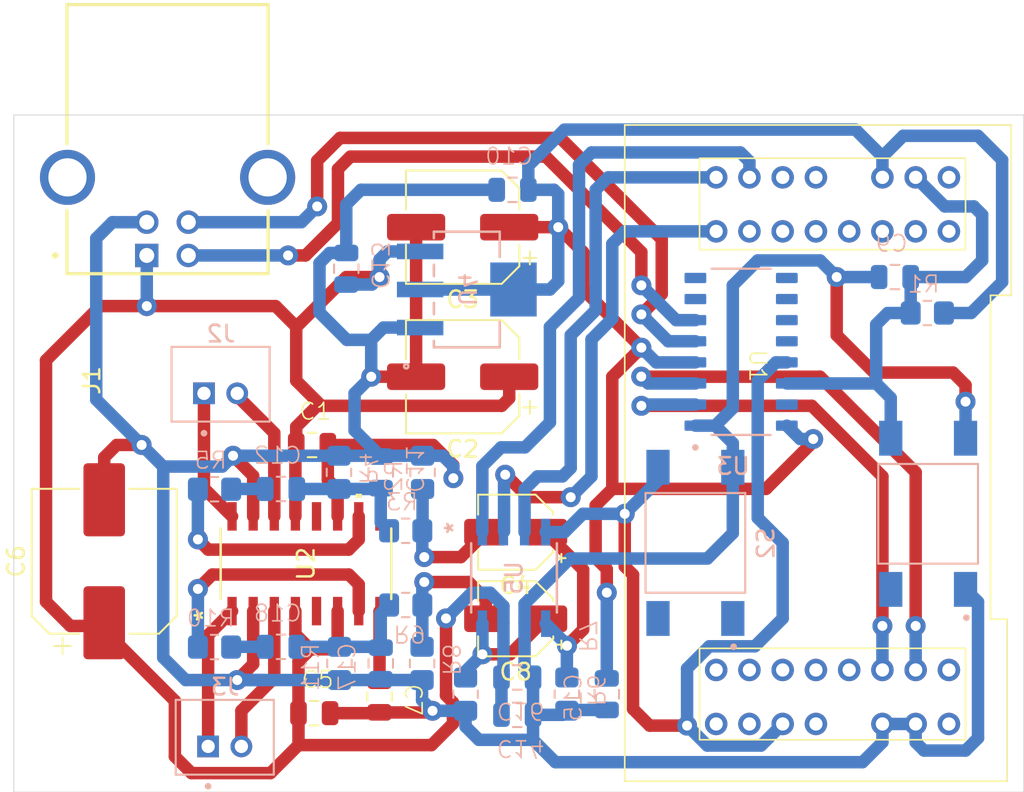
<source format=kicad_pcb>
(kicad_pcb (version 20240108) (generator "pcbnew") (generator_version "8.0")
  (layers (0 "F.Cu" signal) (31 "B.Cu" signal) (34 "B.Paste" user) (35 "F.Paste" user) (36 "B.SilkS" user "B.Silkscreen") (37 "F.SilkS" user "F.Silkscreen") (38 "B.Mask" user) (39 "F.Mask" user) (44 "Edge.Cuts" user))
  (net 0 "")
  (net 1 "+3.3V")
  (net 2 "GND")
  (net 3 "+5V")
  (net 4 "Net-(C4-Pad2)")
  (net 5 "/Audio-Amp/Audo_L")
  (net 6 "/Audio-Amp/Audio_R")
  (net 7 "/Audio-Amp/L-")
  (net 8 "/EN")
  (net 9 "/Audio-Amp/L+")
  (net 10 "D+")
  (net 11 "D-")
  (net 12 "/Audio-Amp/R+")
  (net 13 "/Audio-Amp/R-")
  (net 14 "/IO0")
  (net 15 "/WS")
  (net 16 "/Data")
  (net 17 "/TX_ESP")
  (net 18 "/RX_ESP")
  (net 38 "/BCLK")
  (net 39 "Net-(C12-Pad2)")
  (net 48 "Net-(U5-AOUTR)")
  (net 49 "Net-(C8-Pad2)")
  (net 50 "Net-(U5-AOUTL)")
  (net 51 "Net-(U2-VREF)")
  (net 52 "Net-(C18-Pad2)")
  (net 53 "Net-(U2-INR)")
  (net 54 "Net-(U2-INL)")
  (footprint "PVA_board:C-0805" (layer "F.Cu") (at 159.325 98.75)
    (property "Reference" "C5")
    (property "Value" "1uF")
  )
  (footprint "PVA_board:CP_Elec_6.3x5.4" (layer "F.Cu") (at 168.25 78.5 180)
    (property "Reference" "C2")
    (property "Value" "22uF")
  )
  (footprint "PVA_board:SAMTEC_USB-B-S-X-X-TH" (layer "F.Cu") (at 150.5 63.5 180)
    (property "Reference" "J1")
    (property "Value" "USB-B")
  )
  (footprint "PVA_board:CP_Elec_8x10.5" (layer "F.Cu") (at 146.69 89.60725 90)
    (property "Reference" "C6")
    (property "Value" "470uF")
  )
  (footprint "PVA_board:SOIC_8403DR_PAM8403-M" (layer "F.Cu") (at 158.825 89.7561 90)
    (property "Reference" "U2")
    (property "Value" "PAM8403DR")
  )
  (footprint "PVA_board:CP_Elec_6.3x5.4" (layer "F.Cu") (at 168.25 69.5 180)
    (property "Reference" "C3")
    (property "Value" "22uF")
  )
  (footprint "PVA_board:C-0805" (layer "F.Cu") (at 163.25 97.75 -90)
    (property "Reference" "C7")
    (property "Value" ".1uF")
  )
  (footprint "PVA_board:CP_Elec_4x5.4" (layer "F.Cu") (at 171.44 87.85725 180)
    (property "Reference" "C4")
    (property "Value" "3.3uF")
  )
  (footprint "PVA_board:C-0805" (layer "F.Cu") (at 159.19 82.60725)
    (property "Reference" "C1")
    (property "Value" "1uF")
  )
  (footprint "PVA_board:2mm_2row_esp32_breakout" (layer "F.Cu") (at 190.5 82.95 -90)
    (property "Reference" "U1")
    (property "Value" "~" (hide yes))
  )
  (footprint "PVA_board:CP_Elec_4x5.4" (layer "F.Cu") (at 171.44 93.06725 180)
    (property "Reference" "C8")
    (property "Value" "3.3uF")
  )
  (footprint "PVA_board:JST_B2B-PH" (layer "B.Cu") (at 153.69 79.5 180)
    (property "Reference" "J2")
    (property "Value" "Audio_R")
  )
  (footprint "PVA_board:R-0805" (layer "B.Cu") (at 165.825 84.2561 -90)
    (property "Reference" "R2")
    (property "Value" "10k")
  )
  (footprint "PVA_board:CH430C_SOP16" (layer "B.Cu") (at 185 77)
    (property "Reference" "U3")
    (property "Value" "CH340C")
  )
  (footprint "PVA_board:SW_4pin_SMD" (layer "B.Cu") (at 182.25 88.5 90)
    (property "Reference" "S2")
    (property "Value" "1571527-2")
  )
  (footprint "PVA_board:R-0805" (layer "B.Cu") (at 164.825 87.7561 180)
    (property "Reference" "R3")
    (property "Value" "560")
  )
  (footprint "PVA_board:R-0805" (layer "B.Cu") (at 164.825 92.2561)
    (property "Reference" "R9")
    (property "Value" "560")
  )
  (footprint "PVA_board:R-0805" (layer "B.Cu") (at 174.535 97.60135 90)
    (property "Reference" "R6")
    (property "Value" "267k")
  )
  (footprint "PVA_board:C-0805" (layer "B.Cu") (at 171.535 98.85135)
    (property "Reference" "C14")
    (property "Value" "1uF")
  )
  (footprint "PVA_board:C-0805" (layer "B.Cu") (at 163.325 95.7561 -90)
    (property "Reference" "C17")
    (property "Value" "6nF")
  )
  (footprint "PVA_board:SOT_AMS_ADS-M" (layer "B.Cu") (at 168.5 73.25 90)
    (property "Reference" "U4")
    (property "Value" "AMS1117")
  )
  (footprint "PVA_board:CIR-SOIC-8_W150-M" (layer "B.Cu") (at 171.34 90.60725 -90)
    (property "Reference" "U5")
    (property "Value" "CS4334-KSZ")
  )
  (footprint "PVA_board:C-0805" (layer "B.Cu") (at 163.325 84.2561 90)
    (property "Reference" "C11")
    (property "Value" "6nF")
  )
  (footprint "PVA_board:C-0805" (layer "B.Cu") (at 194.25 72.5 180)
    (property "Reference" "C9")
    (property "Value" "1uF")
  )
  (footprint "PVA_board:R-0805" (layer "B.Cu") (at 168.44 97.60725 90)
    (property "Reference" "R7")
    (property "Value" "267k")
  )
  (footprint "PVA_board:R-0805" (layer "B.Cu") (at 160.825 84.2561 90)
    (property "Reference" "R4")
    (property "Value" "22k")
  )
  (footprint "PVA_board:C-0805" (layer "B.Cu") (at 176.92 97.60725 -90)
    (property "Reference" "C15")
    (property "Value" "0.1uF")
  )
  (footprint "PVA_board:SW_4pin_SMD" (layer "B.Cu") (at 196.25 86.75 90)
    (property "Reference" "S1" (hide yes))
    (property "Value" "1571527-2")
  )
  (footprint "PVA_board:C-0805" (layer "B.Cu") (at 157.325 85.2561 180)
    (property "Reference" "C12")
    (property "Value" "0.47uF")
  )
  (footprint "PVA_board:C-0805" (layer "B.Cu") (at 171.25 67.25 180)
    (property "Reference" "C10")
    (property "Value" "100nF")
  )
  (footprint "PVA_board:C-0805" (layer "B.Cu") (at 161.25 72 90)
    (property "Reference" "C13")
    (property "Value" "100nF")
  )
  (footprint "PVA_board:R-0805" (layer "B.Cu") (at 196.2 74.65 180)
    (property "Reference" "R1")
    (property "Value" "10k")
  )
  (footprint "PVA_board:R-0805" (layer "B.Cu") (at 153.325 94.7561 180)
    (property "Reference" "R10")
    (property "Value" "20k")
  )
  (footprint "PVA_board:JST_B2B-PH" (layer "B.Cu") (at 153.94 100.75 180)
    (property "Reference" "J3")
    (property "Value" "Audio_L")
  )
  (footprint "PVA_board:R-0805" (layer "B.Cu") (at 153.325 85.2561 180)
    (property "Reference" "R5")
    (property "Value" "20k")
  )
  (footprint "PVA_board:C-0805" (layer "B.Cu") (at 157.325 94.7561 180)
    (property "Reference" "C18")
    (property "Value" "0.47uF")
  )
  (footprint "PVA_board:R-0805" (layer "B.Cu") (at 165.825 95.7561 90)
    (property "Reference" "R8")
    (property "Value" "10k")
  )
  (footprint "PVA_board:C-0805" (layer "B.Cu") (at 171.535 96.60135)
    (property "Reference" "C16")
    (property "Value" "0.1uF")
  )
  (footprint "PVA_board:R-0805" (layer "B.Cu") (at 160.825 95.7561 -90)
    (property "Reference" "R11")
    (property "Value" "22k")
  )
  (gr_line (start 202 62.75) (end 141.25 62.75) (stroke (width 0.05)) (layer "Edge.Cuts"))
  (gr_line (start 202 103.5) (end 141.25 103.5) (stroke (width 0.05)) (layer "Edge.Cuts"))
  (gr_line (start 141.25 62.75) (end 141.25 103.5) (stroke (width 0.05)) (layer "Edge.Cuts"))
  (gr_line (start 202 62.75) (end 202 103.5) (stroke (width 0.05)) (layer "Edge.Cuts"))
  (segment (start 176.25 89.41) (end 176.92 90.08) (width 0.75) (layer "F.Cu") (net 1))
  (segment (start 171.05 69.5) (end 174 69.5) (width 0.75) (layer "F.Cu") (net 1))
  (segment (start 186.5 85.25) (end 189.5 82.25) (width 0.75) (layer "F.Cu") (net 1))
  (segment (start 177.25 78.5) (end 177.25 85.25) (width 0.75) (layer "F.Cu") (net 1))
  (segment (start 189.5 82.25) (end 189.3375 82.25) (width 0.75) (layer "F.Cu") (net 1))
  (segment (start 175.5 73.25) (end 175.5 71) (width 0.75) (layer "F.Cu") (net 1))
  (segment (start 177.25 85.25) (end 176.25 86.25) (width 0.75) (layer "F.Cu") (net 1))
  (segment (start 179 76.75) (end 177.25 78.5) (width 0.75) (layer "F.Cu") (net 1))
  (segment (start 175.5 71) (end 174 69.5) (width 0.75) (layer "F.Cu") (net 1))
  (segment (start 176.92 90.08) (end 176.92 91.495) (width 0.75) (layer "F.Cu") (net 1))
  (segment (start 186.5 85.25) (end 177.25 85.25) (width 0.75) (layer "F.Cu") (net 1))
  (segment (start 176.25 86.25) (end 176.25 89.41) (width 0.75) (layer "F.Cu") (net 1))
  (segment (start 179 76.75) (end 175.5 73.25) (width 0.75) (layer "F.Cu") (net 1))
  (via (at 176.92 91.495) (size 1.2) (drill 0.6) (layers "F.Cu" "B.Cu") (net 1))
  (via (at 179 76.75) (size 1.2) (drill 0.6) (layers "F.Cu" "B.Cu") (net 1))
  (via (at 189.3375 82.25) (size 1.2) (drill 0.6) (layers "F.Cu" "B.Cu") (net 1))
  (via (at 174 69.5) (size 1.2) (drill 0.6) (layers "F.Cu" "B.Cu") (net 1))
  (segment (start 189.3375 82.25) (end 188.555 82.25) (width 0.75) (layer "B.Cu") (net 1))
  (segment (start 191.875 63.625) (end 193.5 65.25) (width 0.75) (layer "B.Cu") (net 1))
  (segment (start 174.375 63.625) (end 191.875 63.625) (width 0.75) (layer "B.Cu") (net 1))
  (segment (start 173.75 67.25) (end 172.2 67.25) (width 0.75) (layer "B.Cu") (net 1))
  (segment (start 173.5 73.25) (end 171.3067 73.25) (width 0.75) (layer "B.Cu") (net 1))
  (segment (start 165.6933 73.25) (end 171.3067 73.25) (width 0.75) (layer "B.Cu") (net 1))
  (segment (start 200.7 72.8) (end 198.835 74.665) (width 0.75) (layer "B.Cu") (net 1))
  (segment (start 179.885 77.635) (end 182.25 77.635) (width 0.75) (layer "B.Cu") (net 1))
  (segment (start 174 69.5) (end 174 72.75) (width 0.75) (layer "B.Cu") (net 1))
  (segment (start 174 67.5) (end 173.75 67.25) (width 0.75) (layer "B.Cu") (net 1))
  (segment (start 193.5 65.25) (end 193.5 66.5) (width 0.75) (layer "B.Cu") (net 1))
  (segment (start 172.2 67.25) (end 172.2 65.8) (width 0.75) (layer "B.Cu") (net 1))
  (segment (start 179 76.75) (end 179.885 77.635) (width 0.75) (layer "B.Cu") (net 1))
  (segment (start 174 69.5) (end 174 67.5) (width 0.75) (layer "B.Cu") (net 1))
  (segment (start 193.5 65.25) (end 194.75 64) (width 0.75) (layer "B.Cu") (net 1))
  (segment (start 174 72.75) (end 173.5 73.25) (width 0.75) (layer "B.Cu") (net 1))
  (segment (start 172.2 65.8) (end 174.375 63.625) (width 0.75) (layer "B.Cu") (net 1))
  (segment (start 188.555 82.25) (end 187.75 81.445) (width 0.75) (layer "B.Cu") (net 1))
  (segment (start 176.92 91.495) (end 176.92 96.65725) (width 0.75) (layer "B.Cu") (net 1))
  (segment (start 200.7 65.45) (end 200.7 72.8) (width 0.75) (layer "B.Cu") (net 1))
  (segment (start 194.75 64) (end 199.25 64) (width 0.75) (layer "B.Cu") (net 1))
  (segment (start 198.835 74.665) (end 197.2 74.665) (width 0.75) (layer "B.Cu") (net 1))
  (segment (start 199.25 64) (end 200.7 65.45) (width 0.75) (layer "B.Cu") (net 1))
  (segment (start 163.2811 98.75) (end 163.325 98.7061) (width 0.75) (layer "F.Cu") (net 2))
  (segment (start 163.325 98.7061) (end 166.34115 98.7061) (width 0.75) (layer "F.Cu") (net 2))
  (segment (start 147.44 82.60725) (end 148.94 82.60725) (width 0.75) (layer "F.Cu") (net 2))
  (segment (start 154.69 96.7561) (end 155.65 95.7961) (width 0.75) (layer "F.Cu") (net 2))
  (segment (start 193 78.25) (end 197.75 78.25) (width 0.75) (layer "F.Cu") (net 2))
  (segment (start 146.69 85.90725) (end 146.69 83.35725) (width 0.75) (layer "F.Cu") (net 2))
  (segment (start 160.73 86.90495) (end 160.73 85.2977) (width 0.75) (layer "F.Cu") (net 2))
  (segment (start 198.5 79) (end 198.5 80) (width 0.75) (layer "F.Cu") (net 2))
  (segment (start 155.65 95.7961) (end 155.65 92.60725) (width 0.75) (layer "F.Cu") (net 2))
  (segment (start 197.75 78.25) (end 198.5 79) (width 0.75) (layer "F.Cu") (net 2))
  (segment (start 162.75 78.5) (end 165.45 78.5) (width 0.75) (layer "F.Cu") (net 2))
  (segment (start 160.14 82.60725) (end 160.14 84.7077) (width 0.75) (layer "F.Cu") (net 2))
  (segment (start 165.45 69.5) (end 165.45 78.5) (width 0.75) (layer "F.Cu") (net 2))
  (segment (start 190.75 76) (end 193 78.25) (width 0.75) (layer "F.Cu") (net 2))
  (segment (start 146.69 83.35725) (end 147.44 82.60725) (width 0.75) (layer "F.Cu") (net 2))
  (segment (start 190.75 72.5) (end 190.75 76) (width 0.75) (layer "F.Cu") (net 2))
  (segment (start 160.275 98.75) (end 163.2811 98.75) (width 0.75) (layer "F.Cu") (net 2))
  (segment (start 154.44 83.2561) (end 155.65 84.4661) (width 0.75) (layer "F.Cu") (net 2))
  (segment (start 166.34115 98.7061) (end 166.44 98.60725) (width 0.75) (layer "F.Cu") (net 2))
  (segment (start 155.65 84.4661) (end 155.65 86.90495) (width 0.75) (layer "F.Cu") (net 2))
  (segment (start 160.14 84.7077) (end 160.73 85.2977) (width 0.75) (layer "F.Cu") (net 2))
  (segment (start 166.46725 82.60725) (end 167.69 83.83) (width 0.75) (layer "F.Cu") (net 2))
  (segment (start 167.69 83.83) (end 167.69 84.60725) (width 0.75) (layer "F.Cu") (net 2))
  (segment (start 160.14 82.60725) (end 166.46725 82.60725) (width 0.75) (layer "F.Cu") (net 2))
  (via (at 190.75 72.5) (size 1.2) (drill 0.6) (layers "F.Cu" "B.Cu") (net 2))
  (via (at 198.5 80) (size 1.2) (drill 0.6) (layers "F.Cu" "B.Cu") (net 2))
  (via (at 148.94 82.60725) (size 1.2) (drill 0.6) (layers "F.Cu" "B.Cu") (net 2))
  (via (at 166.44 98.60725) (size 1.2) (drill 0.6) (layers "F.Cu" "B.Cu") (net 2))
  (via (at 167.69 84.60725) (size 1.2) (drill 0.6) (layers "F.Cu" "B.Cu") (net 2))
  (via (at 154.69 96.7561) (size 1.2) (drill 0.6) (layers "F.Cu" "B.Cu") (net 2))
  (via (at 162.75 78.5) (size 1.2) (drill 0.6) (layers "F.Cu" "B.Cu") (net 2))
  (via (at 154.44 83.2561) (size 1.2) (drill 0.6) (layers "F.Cu" "B.Cu") (net 2))
  (segment (start 163.44 83.1911) (end 163.325 83.3061) (width 0.75) (layer "B.Cu") (net 2))
  (segment (start 172.485 98.85135) (end 174.27 98.85135) (width 0.75) (layer "B.Cu") (net 2))
  (segment (start 160.25 71.05) (end 161.25 71.05) (width 0.75) (layer "B.Cu") (net 2))
  (segment (start 169.225 100.355) (end 168.425 99.555) (width 0.75) (layer "B.Cu") (net 2))
  (segment (start 162.75 76.28) (end 163.49 75.54) (width 0.75) (layer "B.Cu") (net 2))
  (segment (start 171.975 96.09135) (end 172.485 96.60135) (width 0.75) (layer "B.Cu") (net 2))
  (segment (start 184.5 73) (end 184.5 80.39) (width 0.75) (layer "B.Cu") (net 2))
  (segment (start 171.975 93.36315) (end 171.975 92.17225) (width 0.75) (layer "B.Cu") (net 2))
  (segment (start 174.704214 89.443036) (end 182.971178 89.443036) (width 0.75) (layer "B.Cu") (net 2))
  (segment (start 146.21 79.87725) (end 148.94 82.60725) (width 0.75) (layer "B.Cu") (net 2))
  (segment (start 166.44 98.60725) (end 168.425 98.60725) (width 0.75) (layer "B.Cu") (net 2))
  (segment (start 190.75 72.5) (end 189.75 71.5) (width 0.75) (layer "B.Cu") (net 2))
  (segment (start 186 71.5) (end 184.5 73) (width 0.75) (layer "B.Cu") (net 2))
  (segment (start 149.25 69.2) (end 147.18 69.2) (width 0.75) (layer "B.Cu") (net 2))
  (segment (start 171.975 92.17225) (end 174.704214 89.443036) (width 0.75) (layer "B.Cu") (net 2))
  (segment (start 165.81 96.7561) (end 165.81 97.97725) (width 0.75) (layer "B.Cu") (net 2))
  (segment (start 161.75 81.7311) (end 163.325 83.3061) (width 0.75) (layer "B.Cu") (net 2))
  (segment (start 198.5 82.2) (end 198.5 80) (width 0.75) (layer "B.Cu") (net 2))
  (segment (start 160.81 83.2561) (end 163.275 83.2561) (width 0.75) (layer "B.Cu") (net 2))
  (segment (start 146.21 70.17) (end 146.21 79.87725) (width 0.75) (layer "B.Cu") (net 2))
  (segment (start 189.75 71.5) (end 186 71.5) (width 0.75) (layer "B.Cu") (net 2))
  (segment (start 196 101) (end 195.5 100.5) (width 0.75) (layer "B.Cu") (net 2))
  (segment (start 199.25 100.25) (end 198.5 101) (width 0.75) (layer "B.Cu") (net 2))
  (segment (start 199.25 92.05) (end 199.25 100.25) (width 0.75) (layer "B.Cu") (net 2))
  (segment (start 162.75 76.28) (end 161.28 76.28) (width 0.75) (layer "B.Cu") (net 2))
  (segment (start 162.75 78.5) (end 162.75 76.28) (width 0.75) (layer "B.Cu") (net 2))
  (segment (start 184.5 80.39) (end 183.445 81.445) (width 0.75) (layer "B.Cu") (net 2))
  (segment (start 161.75 79.5) (end 161.75 81.7311) (width 0.75) (layer "B.Cu") (net 2))
  (segment (start 171.975 93.36315) (end 171.975 96.09135) (width 0.75) (layer "B.Cu") (net 2))
  (segment (start 174.27 98.85135) (end 174.52 98.60135) (width 0.75) (layer "B.Cu") (net 2))
  (segment (start 154.44 83.2561) (end 160.81 83.2561) (width 0.75) (layer "B.Cu") (net 2))
  (segment (start 198.5 101) (end 196 101) (width 0.75) (layer "B.Cu") (net 2))
  (segment (start 184.5 82.5) (end 184.5 83.95) (width 0.75) (layer "B.Cu") (net 2))
  (segment (start 163.375 96.7561) (end 163.325 96.7061) (width 0.75) (layer "B.Cu") (net 2))
  (segment (start 167.0561 83.2561) (end 167.69 83.89) (width 0.75) (layer "B.Cu") (net 2))
  (segment (start 160.84 96.7561) (end 163.275 96.7561) (width 0.75) (layer "B.Cu") (net 2))
  (segment (start 150.24 95.40725) (end 150.24 83.90725) (width 0.75) (layer "B.Cu") (net 2))
  (segment (start 165.84 83.2561) (end 163.375 83.2561) (width 0.75) (layer "B.Cu") (net 2))
  (segment (start 165.81 96.7561) (end 163.375 96.7561) (width 0.75) (layer "B.Cu") (net 2))
  (segment (start 182.971178 89.443036) (end 184.5 87.914214) (width 0.75) (layer "B.Cu") (net 2))
  (segment (start 193.5 100.5) (end 193.5 99.4) (width 0.75) (layer "B.Cu") (net 2))
  (segment (start 165.84 83.2561) (end 167.0561 83.2561) (width 0.75) (layer "B.Cu") (net 2))
  (segment (start 151.58885 96.7561) (end 150.24 95.40725) (width 0.75) (layer "B.Cu") (net 2))
  (segment (start 154.44 83.2561) (end 153.78885 83.90725) (width 0.75) (layer "B.Cu") (net 2))
  (segment (start 193.5 99.4) (end 195.5 99.4) (width 0.75) (layer "B.Cu") (net 2))
  (segment (start 176.92 98.55725) (end 174.5641 98.55725) (width 0.75) (layer "B.Cu") (net 2))
  (segment (start 184.5 87.914214) (end 184.5 83.95) (width 0.75) (layer "B.Cu") (net 2))
  (segment (start 174.5641 98.55725) (end 174.52 98.60135) (width 0.75) (layer "B.Cu") (net 2))
  (segment (start 198.5 91.3) (end 199.25 92.05) (width 0.75) (layer "B.Cu") (net 2))
  (segment (start 193.3 72.5) (end 190.75 72.5) (width 0.75) (layer "B.Cu") (net 2))
  (segment (start 156.28885 96.7561) (end 151.58885 96.7561) (width 0.75) (layer "B.Cu") (net 2))
  (segment (start 163.49 75.54) (end 165.6933 75.54) (width 0.75) (layer "B.Cu") (net 2))
  (segment (start 172.485 96.60135) (end 172.485 98.85135) (width 0.75) (layer "B.Cu") (net 2))
  (segment (start 173.83 101.7) (end 192.3 101.7) (width 0.75) (layer "B.Cu") (net 2))
  (segment (start 170.3 67.25) (end 162.13 67.25) (width 0.75) (layer "B.Cu") (net 2))
  (segment (start 162.13 67.25) (end 161.25 68.13) (width 0.75) (layer "B.Cu") (net 2))
  (segment (start 165.81 97.97725) (end 166.44 98.60725) (width 0.75) (layer "B.Cu") (net 2))
  (segment (start 161.25 68.13) (end 161.25 71.05) (width 0.75) (layer "B.Cu") (net 2))
  (segment (start 172.485 100.355) (end 169.225 100.355) (width 0.75) (layer "B.Cu") (net 2))
  (segment (start 163.275 83.2561) (end 163.325 83.3061) (width 0.75) (layer "B.Cu") (net 2))
  (segment (start 163.375 83.2561) (end 163.325 83.3061) (width 0.75) (layer "B.Cu") (net 2))
  (segment (start 182.25 81.445) (end 183.445 81.445) (width 0.75) (layer "B.Cu") (net 2))
  (segment (start 161.28 76.28) (end 159.64 74.64) (width 0.75) (layer "B.Cu") (net 2))
  (segment (start 167.69 83.89) (end 167.69 84.60725) (width 0.75) (layer "B.Cu") (net 2))
  (segment (start 172.485 98.85135) (end 172.485 100.355) (width 0.75) (layer "B.Cu") (net 2))
  (segment (start 150.24 83.90725) (end 148.94 82.60725) (width 0.75) (layer "B.Cu") (net 2))
  (segment (start 162.75 78.5) (end 161.75 79.5) (width 0.75) (layer "B.Cu") (net 2))
  (segment (start 192.3 101.7) (end 193.5 100.5) (width 0.75) (layer "B.Cu") (net 2))
  (segment (start 156.28885 96.7561) (end 160.84 96.7561) (width 0.75) (layer "B.Cu") (net 2))
  (segment (start 195.5 100.5) (end 195.5 99.4) (width 0.75) (layer "B.Cu") (net 2))
  (segment (start 154.69 96.7561) (end 156.28885 96.7561) (width 0.75) (layer "B.Cu") (net 2))
  (segment (start 183.445 81.445) (end 184.5 82.5) (width 0.75) (layer "B.Cu") (net 2))
  (segment (start 163.275 96.7561) (end 163.325 96.7061) (width 0.75) (layer "B.Cu") (net 2))
  (segment (start 168.425 99.555) (end 168.425 98.60725) (width 0.75) (layer "B.Cu") (net 2))
  (segment (start 153.78885 83.90725) (end 150.24 83.90725) (width 0.75) (layer "B.Cu") (net 2))
  (segment (start 172.485 100.355) (end 173.83 101.7) (width 0.75) (layer "B.Cu") (net 2))
  (segment (start 147.18 69.2) (end 146.21 70.17) (width 0.75) (layer "B.Cu") (net 2))
  (segment (start 159.64 74.64) (end 159.64 71.66) (width 0.75) (layer "B.Cu") (net 2))
  (segment (start 159.64 71.66) (end 160.25 71.05) (width 0.75) (layer "B.Cu") (net 2))
  (segment (start 159.75 80.25) (end 170.6 80.25) (width 0.75) (layer "F.Cu") (net 3))
  (segment (start 157 74.25) (end 158.24 75.49) (width 0.75) (layer "F.Cu") (net 3))
  (segment (start 158.24 75.51) (end 161.25 72.5) (width 0.75) (layer "F.Cu") (net 3))
  (segment (start 167.25 97.684838) (end 167.665 98.099838) (width 0.75) (layer "F.Cu") (net 3))
  (segment (start 151.94 102.35725) (end 150.94 101.35725) (width 0.75) (layer "F.Cu") (net 3))
  (segment (start 146.43275 93.5) (end 144.65 93.5) (width 0.75) (layer "F.Cu") (net 3))
  (segment (start 158.24 78.74) (end 159.75 80.25) (width 0.75) (layer "F.Cu") (net 3))
  (segment (start 170.6 80.25) (end 171.05 79.8) (width 0.75) (layer "F.Cu") (net 3))
  (segment (start 167.25 93.04725) (end 167.25 97.684838) (width 0.75) (layer "F.Cu") (net 3))
  (segment (start 159.5 80.25) (end 159.75 80.25) (width 0.75) (layer "F.Cu") (net 3))
  (segment (start 150.94 98.00725) (end 146.43275 93.5) (width 0.75) (layer "F.Cu") (net 3))
  (segment (start 158.24 75.51) (end 158.24 78.74) (width 0.75) (layer "F.Cu") (net 3))
  (segment (start 158.24 81.51) (end 159.5 80.25) (width 0.75) (layer "F.Cu") (net 3))
  (segment (start 158.375 98.2561) (end 158.375 95.625) (width 0.75) (layer "F.Cu") (net 3))
  (segment (start 166.375 100.67225) (end 158.375 100.67225) (width 0.75) (layer "F.Cu") (net 3))
  (segment (start 149.25 74.25) (end 157 74.25) (width 0.75) (layer "F.Cu") (net 3))
  (segment (start 143.19 92.04) (end 143.19 77.51) (width 0.75) (layer "F.Cu") (net 3))
  (segment (start 160.73 92.60725) (end 160.73 94.36725) (width 0.75) (layer "F.Cu") (net 3))
  (segment (start 158.19 82.10725) (end 158.19 86.90495) (width 0.75) (layer "F.Cu") (net 3))
  (segment (start 167.665 99.38225) (end 166.375 100.67225) (width 0.75) (layer "F.Cu") (net 3))
  (segment (start 158.19 94.0045) (end 158.19 92.60725) (width 0.75) (layer "F.Cu") (net 3))
  (segment (start 161.25 72.5) (end 163.25 72.5) (width 0.75) (layer "F.Cu") (net 3))
  (segment (start 156.69 102.35725) (end 151.94 102.35725) (width 0.75) (layer "F.Cu") (net 3))
  (segment (start 171.05 79.8) (end 171.05 78.5) (width 0.75) (layer "F.Cu") (net 3))
  (segment (start 143.19 77.51) (end 146.45 74.25) (width 0.75) (layer "F.Cu") (net 3))
  (segment (start 159.09275 94.90725) (end 158.19 94.0045) (width 0.75) (layer "F.Cu") (net 3))
  (segment (start 158.375 95.625) (end 159.09275 94.90725) (width 0.75) (layer "F.Cu") (net 3))
  (segment (start 150.94 101.35725) (end 150.94 98.00725) (width 0.75) (layer "F.Cu") (net 3))
  (segment (start 144.65 93.5) (end 143.19 92.04) (width 0.75) (layer "F.Cu") (net 3))
  (segment (start 146.45 74.25) (end 149.25 74.25) (width 0.75) (layer "F.Cu") (net 3))
  (segment (start 158.375 100.67225) (end 156.69 102.35725) (width 0.75) (layer "F.Cu") (net 3))
  (segment (start 160.19 94.90725) (end 160.73 94.36725) (width 0.75) (layer "F.Cu") (net 3))
  (segment (start 158.375 98.2561) (end 158.375 100.67225) (width 0.75) (layer "F.Cu") (net 3))
  (segment (start 159.09275 94.90725) (end 160.19 94.90725) (width 0.75) (layer "F.Cu") (net 3))
  (segment (start 167.665 98.099838) (end 167.665 99.38225) (width 0.75) (layer "F.Cu") (net 3))
  (segment (start 158.24 82.60725) (end 158.24 81.51) (width 0.75) (layer "F.Cu") (net 3))
  (via (at 163.25 72.5) (size 1.2) (drill 0.6) (layers "F.Cu" "B.Cu") (net 3))
  (via (at 167.25 93.04725) (size 1.2) (drill 0.6) (layers "F.Cu" "B.Cu") (net 3))
  (via (at 149.25 74.25) (size 1.2) (drill 0.6) (layers "F.Cu" "B.Cu") (net 3))
  (segment (start 170.585 96.60135) (end 170.705 96.48135) (width 0.75) (layer "B.Cu") (net 3))
  (segment (start 163.25 72.5) (end 163.25 71.45) (width 0.75) (layer "B.Cu") (net 3))
  (segment (start 168.79725 91.5) (end 169.90135 91.5) (width 0.75) (layer "B.Cu") (net 3))
  (segment (start 163.25 72.5) (end 162.8 72.95) (width 0.75) (layer "B.Cu") (net 3))
  (segment (start 169.90135 91.5) (end 170.705 92.30365) (width 0.75) (layer "B.Cu") (net 3))
  (segment (start 162.8 72.95) (end 161.75 72.95) (width 0.75) (layer "B.Cu") (net 3))
  (segment (start 163.74 70.96) (end 165.6933 70.96) (width 0.75) (layer "B.Cu") (net 3))
  (segment (start 167.25 93.04725) (end 168.79725 91.5) (width 0.75) (layer "B.Cu") (net 3))
  (segment (start 163.25 71.45) (end 163.74 70.96) (width 0.75) (layer "B.Cu") (net 3))
  (segment (start 170.585 98.85135) (end 170.585 96.60135) (width 0.75) (layer "B.Cu") (net 3))
  (segment (start 149.25 71.2) (end 149.25 74.25) (width 0.75) (layer "B.Cu") (net 3))
  (segment (start 170.705 96.48135) (end 170.705 93.36315) (width 0.75) (layer "B.Cu") (net 3))
  (segment (start 170.705 92.30365) (end 170.705 93.36315) (width 0.75) (layer "B.Cu") (net 3))
  (segment (start 169.64 87.85725) (end 168.14 89.35725) (width 0.75) (layer "F.Cu") (net 4))
  (segment (start 168.14 89.35725) (end 165.94 89.35725) (width 0.75) (layer "F.Cu") (net 4))
  (via (at 165.94 89.35725) (size 1.2) (drill 0.6) (layers "F.Cu" "B.Cu") (net 4))
  (segment (start 165.84 85.2561) (end 165.84 87.7561) (width 0.75) (layer "B.Cu") (net 4))
  (segment (start 165.84 87.7561) (end 165.825 87.7711) (width 0.75) (layer "B.Cu") (net 4))
  (segment (start 165.825 87.7711) (end 165.825 89.24225) (width 0.75) (layer "B.Cu") (net 4))
  (segment (start 165.825 89.24225) (end 165.94 89.35725) (width 0.75) (layer "B.Cu") (net 4))
  (segment (start 160.84 94.7561) (end 163.275 94.7561) (width 0.75) (layer "B.Cu") (net 5))
  (segment (start 163.325 94.8061) (end 163.325 92.7411) (width 0.75) (layer "B.Cu") (net 5))
  (segment (start 160.84 94.7561) (end 158.275 94.7561) (width 0.75) (layer "B.Cu") (net 5))
  (segment (start 163.275 94.7561) (end 163.325 94.8061) (width 0.75) (layer "B.Cu") (net 5))
  (segment (start 163.325 92.7411) (end 163.825 92.2411) (width 0.75) (layer "B.Cu") (net 5))
  (segment (start 160.81 85.2561) (end 158.275 85.2561) (width 0.75) (layer "B.Cu") (net 6))
  (segment (start 163.325 87.2711) (end 163.825 87.7711) (width 0.75) (layer "B.Cu") (net 6))
  (segment (start 163.275 85.2561) (end 163.325 85.2061) (width 0.75) (layer "B.Cu") (net 6))
  (segment (start 160.81 85.2561) (end 163.275 85.2561) (width 0.75) (layer "B.Cu") (net 6))
  (segment (start 163.325 85.2061) (end 163.325 87.2711) (width 0.75) (layer "B.Cu") (net 6))
  (segment (start 154.94 98.60725) (end 156.92 96.62725) (width 0.75) (layer "F.Cu") (net 7))
  (segment (start 154.94 98.60725) (end 154.94 100.65725) (width 0.75) (layer "F.Cu") (net 7))
  (segment (start 156.92 96.62725) (end 156.92 92.60725) (width 0.75) (layer "F.Cu") (net 7))
  (segment (start 199.5 68.75) (end 199.5 71.5) (width 0.75) (layer "B.Cu") (net 8))
  (segment (start 198.5 72.5) (end 195.2 72.5) (width 0.75) (layer "B.Cu") (net 8))
  (segment (start 197.25 68.25) (end 199 68.25) (width 0.75) (layer "B.Cu") (net 8))
  (segment (start 195.5 66.5) (end 197.25 68.25) (width 0.75) (layer "B.Cu") (net 8))
  (segment (start 193.125 75.355) (end 193.815 74.665) (width 0.75) (layer "B.Cu") (net 8))
  (segment (start 193.125 78.905) (end 193.125 75.355) (width 0.75) (layer "B.Cu") (net 8))
  (segment (start 199 68.25) (end 199.5 68.75) (width 0.75) (layer "B.Cu") (net 8))
  (segment (start 193.815 74.665) (end 195.2 74.665) (width 0.75) (layer "B.Cu") (net 8))
  (segment (start 195.2 72.5) (end 195.2 74.665) (width 0.75) (layer "B.Cu") (net 8))
  (segment (start 194 79.78) (end 193.125 78.905) (width 0.75) (layer "B.Cu") (net 8))
  (segment (start 193.125 78.905) (end 187.75 78.905) (width 0.75) (layer "B.Cu") (net 8))
  (segment (start 194 82.2) (end 194 79.78) (width 0.75) (layer "B.Cu") (net 8))
  (segment (start 199.5 71.5) (end 198.5 72.5) (width 0.75) (layer "B.Cu") (net 8))
  (segment (start 152.94 94.04725) (end 152.94 100.65725) (width 0.75) (layer "F.Cu") (net 9))
  (segment (start 154.38 92.60725) (end 152.94 94.04725) (width 0.75) (layer "F.Cu") (net 9))
  (segment (start 180.225 70.225) (end 180.225 73.525) (width 0.75) (layer "F.Cu") (net 10))
  (segment (start 180.225 73.525) (end 179 74.75) (width 0.75) (layer "F.Cu") (net 10))
  (segment (start 159.5 68.25) (end 159.5 65.5) (width 0.75) (layer "F.Cu") (net 10))
  (segment (start 174.125 64.125) (end 180.225 70.225) (width 0.75) (layer "F.Cu") (net 10))
  (segment (start 159.5 65.5) (end 160.875 64.125) (width 0.75) (layer "F.Cu") (net 10))
  (segment (start 160.875 64.125) (end 174.125 64.125) (width 0.75) (layer "F.Cu") (net 10))
  (via (at 159.5 68.25) (size 1.2) (drill 0.6) (layers "F.Cu" "B.Cu") (net 10))
  (via (at 179 74.75) (size 1.2) (drill 0.6) (layers "F.Cu" "B.Cu") (net 10))
  (segment (start 179 74.75) (end 180.615 76.365) (width 0.75) (layer "B.Cu") (net 10))
  (segment (start 180.615 76.365) (end 182.25 76.365) (width 0.75) (layer "B.Cu") (net 10))
  (segment (start 151.75 69.2) (end 158.55 69.2) (width 0.75) (layer "B.Cu") (net 10))
  (segment (start 158.55 69.2) (end 159.5 68.25) (width 0.75) (layer "B.Cu") (net 10))
  (segment (start 158.8 71.2) (end 160.75 69.25) (width 0.75) (layer "F.Cu") (net 11))
  (segment (start 173.25 65.25) (end 179 71) (width 0.75) (layer "F.Cu") (net 11))
  (segment (start 161.5 65.25) (end 173.25 65.25) (width 0.75) (layer "F.Cu") (net 11))
  (segment (start 179 71) (end 179 73) (width 0.75) (layer "F.Cu") (net 11))
  (segment (start 157.75 71.2) (end 158.8 71.2) (width 0.75) (layer "F.Cu") (net 11))
  (segment (start 160.75 66) (end 161.5 65.25) (width 0.75) (layer "F.Cu") (net 11))
  (segment (start 160.75 69.25) (end 160.75 66) (width 0.75) (layer "F.Cu") (net 11))
  (via (at 179 73) (size 1.2) (drill 0.6) (layers "F.Cu" "B.Cu") (net 11))
  (via (at 157.75 71.2) (size 1.2) (drill 0.6) (layers "F.Cu" "B.Cu") (net 11))
  (segment (start 181.095 75.095) (end 182.25 75.095) (width 0.75) (layer "B.Cu") (net 11))
  (segment (start 157.75 71.2) (end 151.75 71.2) (width 0.75) (layer "B.Cu") (net 11))
  (segment (start 179 73) (end 181.095 75.095) (width 0.75) (layer "B.Cu") (net 11))
  (segment (start 152.69 85.21495) (end 152.69 79.65725) (width 0.75) (layer "F.Cu") (net 12))
  (segment (start 154.38 86.90495) (end 152.69 85.21495) (width 0.75) (layer "F.Cu") (net 12))
  (segment (start 156.92 81.88725) (end 154.69 79.65725) (width 0.75) (layer "F.Cu") (net 13))
  (segment (start 156.92 86.90495) (end 156.92 81.88725) (width 0.75) (layer "F.Cu") (net 13))
  (segment (start 179.5 99.5) (end 181.75 99.5) (width 0.75) (layer "F.Cu") (net 14))
  (segment (start 178.5 98.5) (end 179.5 99.5) (width 0.75) (layer "F.Cu") (net 14))
  (segment (start 178 89.91725) (end 178.5 90.41725) (width 0.75) (layer "F.Cu") (net 14))
  (segment (start 178.5 90.41725) (end 178.5 98.5) (width 0.75) (layer "F.Cu") (net 14))
  (segment (start 178 86.75) (end 178 89.91725) (width 0.75) (layer "F.Cu") (net 14))
  (via (at 178 86.75) (size 1.2) (drill 0.6) (layers "F.Cu" "B.Cu") (net 14))
  (via (at 181.75 99.5) (size 1.2) (drill 0.6) (layers "F.Cu" "B.Cu") (net 14))
  (segment (start 181.675 99.413478) (end 182.961522 100.7) (width 0.75) (layer "B.Cu") (net 14))
  (segment (start 187.5 93.05) (end 185.825 94.725) (width 0.75) (layer "B.Cu") (net 14))
  (segment (start 187.75 77.635) (end 187.095001 77.635) (width 0.75) (layer "B.Cu") (net 14))
  (segment (start 180 84.75) (end 180 83.95) (width 0.75) (layer "B.Cu") (net 14))
  (segment (start 183.086522 94.725) (end 181.75 96.061522) (width 0.75) (layer "B.Cu") (net 14))
  (segment (start 186 87) (end 187.5 88.5) (width 0.75) (layer "B.Cu") (net 14))
  (segment (start 186.2 100.7) (end 187.5 99.4) (width 0.75) (layer "B.Cu") (net 14))
  (segment (start 185.825 94.725) (end 183.086522 94.725) (width 0.75) (layer "B.Cu") (net 14))
  (segment (start 186 78.730001) (end 186 87) (width 0.75) (layer "B.Cu") (net 14))
  (segment (start 187.095001 77.635) (end 186 78.730001) (width 0.75) (layer "B.Cu") (net 14))
  (segment (start 174.381062 87.85135) (end 173.245 87.85135) (width 0.75) (layer "B.Cu") (net 14))
  (segment (start 187.5 88.5) (end 187.5 93.05) (width 0.75) (layer "B.Cu") (net 14))
  (segment (start 178 86.75) (end 175.482412 86.75) (width 0.75) (layer "B.Cu") (net 14))
  (segment (start 181.75 96.061522) (end 181.75 99.5) (width 0.75) (layer "B.Cu") (net 14))
  (segment (start 178 86.75) (end 180 84.75) (width 0.75) (layer "B.Cu") (net 14))
  (segment (start 182.961522 100.7) (end 186.2 100.7) (width 0.75) (layer "B.Cu") (net 14))
  (segment (start 175.482412 86.75) (end 174.381062 87.85135) (width 0.75) (layer "B.Cu") (net 14))
  (segment (start 174.25 84.5) (end 172.75 84.5) (width 0.75) (layer "B.Cu") (net 15))
  (segment (start 176.25 67.25) (end 176.25 74.5) (width 0.75) (layer "B.Cu") (net 15))
  (segment (start 174.75 76) (end 174.75 84) (width 0.75) (layer "B.Cu") (net 15))
  (segment (start 183.5 66.5) (end 177 66.5) (width 0.75) (layer "B.Cu") (net 15))
  (segment (start 176.25 74.5) (end 174.75 76) (width 0.75) (layer "B.Cu") (net 15))
  (segment (start 171.975 85.275) (end 171.975 87.85135) (width 0.75) (layer "B.Cu") (net 15))
  (segment (start 174.75 84) (end 174.25 84.5) (width 0.75) (layer "B.Cu") (net 15))
  (segment (start 172.75 84.5) (end 171.975 85.275) (width 0.75) (layer "B.Cu") (net 15))
  (segment (start 177 66.5) (end 176.25 67.25) (width 0.75) (layer "B.Cu") (net 15))
  (segment (start 185.5 66.5) (end 185.5 65.545406) (width 0.75) (layer "B.Cu") (net 16))
  (segment (start 184.954594 65) (end 176 65) (width 0.75) (layer "B.Cu") (net 16))
  (segment (start 176 65) (end 175.25 65.75) (width 0.75) (layer "B.Cu") (net 16))
  (segment (start 172 82.75) (end 170.565 82.75) (width 0.75) (layer "B.Cu") (net 16))
  (segment (start 170.565 82.75) (end 169.435 83.88) (width 0.75) (layer "B.Cu") (net 16))
  (segment (start 175.25 73.75) (end 173.5 75.5) (width 0.75) (layer "B.Cu") (net 16))
  (segment (start 173.5 75.5) (end 173.5 81.25) (width 0.75) (layer "B.Cu") (net 16))
  (segment (start 173.5 81.25) (end 172 82.75) (width 0.75) (layer "B.Cu") (net 16))
  (segment (start 175.25 65.75) (end 175.25 73.75) (width 0.75) (layer "B.Cu") (net 16))
  (segment (start 169.435 83.88) (end 169.435 87.85135) (width 0.75) (layer "B.Cu") (net 16))
  (segment (start 185.5 65.545406) (end 184.954594 65) (width 0.75) (layer "B.Cu") (net 16))
  (segment (start 195.5 93.5) (end 195.5 84.25) (width 0.75) (layer "F.Cu") (net 17))
  (segment (start 195.5 84.25) (end 189.75 78.5) (width 0.75) (layer "F.Cu") (net 17))
  (segment (start 179 78.5) (end 178.991206 78.491206) (width 0.75) (layer "F.Cu") (net 17))
  (segment (start 189.75 78.5) (end 179 78.5) (width 0.75) (layer "F.Cu") (net 17))
  (via (at 178.991206 78.491206) (size 1.2) (drill 0.6) (layers "F.Cu" "B.Cu") (net 17))
  (via (at 195.5 93.5) (size 1.2) (drill 0.6) (layers "F.Cu" "B.Cu") (net 17))
  (segment (start 179.405 78.905) (end 182.25 78.905) (width 0.75) (layer "B.Cu") (net 17))
  (segment (start 195.5 93.5) (end 195.5 96.15) (width 0.75) (layer "B.Cu") (net 17))
  (segment (start 178.991206 78.491206) (end 179.405 78.905) (width 0.75) (layer "B.Cu") (net 17))
  (segment (start 193.5 84.5) (end 193.5 93.5) (width 0.75) (layer "F.Cu") (net 18))
  (segment (start 189.25 80.25) (end 193.5 84.5) (width 0.75) (layer "F.Cu") (net 18))
  (segment (start 179 80.25) (end 189.25 80.25) (width 0.75) (layer "F.Cu") (net 18))
  (via (at 179 80.25) (size 1.2) (drill 0.6) (layers "F.Cu" "B.Cu") (net 18))
  (via (at 193.5 93.5) (size 1.2) (drill 0.6) (layers "F.Cu" "B.Cu") (net 18))
  (segment (start 179 80.25) (end 179.075 80.175) (width 0.75) (layer "B.Cu") (net 18))
  (segment (start 179.075 80.175) (end 182.25 80.175) (width 0.75) (layer "B.Cu") (net 18))
  (segment (start 193.5 93.5) (end 193.5 96.15) (width 0.75) (layer "B.Cu") (net 18))
  (segment (start 170.84 84.40725) (end 170.818846 84.40725) (width 0.75) (layer "F.Cu") (net 38))
  (segment (start 170.818846 84.40725) (end 170.808818 84.397222) (width 0.75) (layer "F.Cu") (net 38))
  (segment (start 172.18275 85.75) (end 170.84 84.40725) (width 0.75) (layer "F.Cu") (net 38))
  (segment (start 174.75 85.75) (end 172.18275 85.75) (width 0.75) (layer "F.Cu") (net 38))
  (via (at 174.75 85.75) (size 1.2) (drill 0.6) (layers "F.Cu" "B.Cu") (net 38))
  (via (at 170.808818 84.397222) (size 1.2) (drill 0.6) (layers "F.Cu" "B.Cu") (net 38))
  (segment (start 177.25 75) (end 176 76.25) (width 0.75) (layer "B.Cu") (net 38))
  (segment (start 176 76.25) (end 176 84.5) (width 0.75) (layer "B.Cu") (net 38))
  (segment (start 183.5 69.75) (end 178 69.75) (width 0.75) (layer "B.Cu") (net 38))
  (segment (start 170.808818 84.397222) (end 170.74 84.46604) (width 0.75) (layer "B.Cu") (net 38))
  (segment (start 176 84.5) (end 174.75 85.75) (width 0.75) (layer "B.Cu") (net 38))
  (segment (start 178 69.75) (end 177.25 70.5) (width 0.75) (layer "B.Cu") (net 38))
  (segment (start 177.25 70.5) (end 177.25 75) (width 0.75) (layer "B.Cu") (net 38))
  (segment (start 170.74 84.46604) (end 170.74 87.81635) (width 0.75) (layer "B.Cu") (net 38))
  (segment (start 156.375 85.2561) (end 154.34 85.2561) (width 0.75) (layer "B.Cu") (net 39))
  (segment (start 154.34 85.2561) (end 154.325 85.2711) (width 0.75) (layer "B.Cu") (net 39))
  (segment (start 174.52809 94.691442) (end 175.5 93.719532) (width 0.75) (layer "F.Cu") (net 48))
  (segment (start 175.5 90.11725) (end 173.24 87.85725) (width 0.75) (layer "F.Cu") (net 48))
  (segment (start 175.5 93.719532) (end 175.5 90.11725) (width 0.75) (layer "F.Cu") (net 48))
  (via (at 174.52809 94.691442) (size 1.2) (drill 0.6) (layers "F.Cu" "B.Cu") (net 48))
  (segment (start 174.52809 94.691442) (end 174.52809 94.64624) (width 0.75) (layer "B.Cu") (net 48))
  (segment (start 174.52 96.60135) (end 174.52 94.699532) (width 0.75) (layer "B.Cu") (net 48))
  (segment (start 174.52809 94.64624) (end 173.245 93.36315) (width 0.75) (layer "B.Cu") (net 48))
  (segment (start 174.52 94.699532) (end 174.52809 94.691442) (width 0.75) (layer "B.Cu") (net 48))
  (segment (start 169.64 91.89) (end 169.64 93.06725) (width 0.75) (layer "F.Cu") (net 49))
  (segment (start 168.60725 90.85725) (end 169.64 91.89) (width 0.75) (layer "F.Cu") (net 49))
  (segment (start 165.94 90.85725) (end 168.60725 90.85725) (width 0.75) (layer "F.Cu") (net 49))
  (via (at 165.94 90.85725) (size 1.2) (drill 0.6) (layers "F.Cu" "B.Cu") (net 49))
  (segment (start 165.825 92.2411) (end 165.825 94.7411) (width 0.75) (layer "B.Cu") (net 49))
  (segment (start 165.825 90.97225) (end 165.94 90.85725) (width 0.75) (layer "B.Cu") (net 49))
  (segment (start 165.825 92.2411) (end 165.825 90.97225) (width 0.75) (layer "B.Cu") (net 49))
  (segment (start 171.1 95.20725) (end 173.24 93.06725) (width 0.75) (layer "F.Cu") (net 50))
  (segment (start 169.44 95.20725) (end 171.1 95.20725) (width 0.75) (layer "F.Cu") (net 50))
  (via (at 169.44 95.20725) (size 1.2) (drill 0.6) (layers "F.Cu" "B.Cu") (net 50))
  (segment (start 169.44 93.36815) (end 169.435 93.36315) (width 0.75) (layer "B.Cu") (net 50))
  (segment (start 168.425 96.60725) (end 168.425 96.22225) (width 0.75) (layer "B.Cu") (net 50))
  (segment (start 168.425 96.22225) (end 169.44 95.20725) (width 0.75) (layer "B.Cu") (net 50))
  (segment (start 169.44 95.20725) (end 169.44 93.36815) (width 0.75) (layer "B.Cu") (net 50))
  (segment (start 163.25 92.62725) (end 163.27 92.60725) (width 0.75) (layer "F.Cu") (net 51))
  (segment (start 163.25 96.8) (end 163.25 92.62725) (width 0.75) (layer "F.Cu") (net 51))
  (segment (start 154.34 94.7561) (end 154.325 94.7711) (width 0.75) (layer "B.Cu") (net 52))
  (segment (start 156.375 94.7561) (end 154.34 94.7561) (width 0.75) (layer "B.Cu") (net 52))
  (segment (start 152.94 88.90725) (end 161.39505 88.90725) (width 0.75) (layer "F.Cu") (net 53))
  (segment (start 152.325 88.29225) (end 152.94 88.90725) (width 0.75) (layer "F.Cu") (net 53))
  (segment (start 162 88.3023) (end 162 86.90495) (width 0.75) (layer "F.Cu") (net 53))
  (segment (start 161.39505 88.90725) (end 162 88.3023) (width 0.75) (layer "F.Cu") (net 53))
  (via (at 152.325 88.29225) (size 1.2) (drill 0.6) (layers "F.Cu" "B.Cu") (net 53))
  (segment (start 152.325 88.29225) (end 152.325 85.2711) (width 0.75) (layer "B.Cu") (net 53))
  (segment (start 162 91) (end 162 92.60725) (width 0.75) (layer "F.Cu") (net 54))
  (segment (start 161.40725 90.40725) (end 162 91) (width 0.75) (layer "F.Cu") (net 54))
  (segment (start 152.325 91.27225) (end 153.19 90.40725) (width 0.75) (layer "F.Cu") (net 54))
  (segment (start 153.19 90.40725) (end 161.40725 90.40725) (width 0.75) (layer "F.Cu") (net 54))
  (via (at 152.325 91.27225) (size 1.2) (drill 0.6) (layers "F.Cu" "B.Cu") (net 54))
  (segment (start 152.325 91.27225) (end 152.325 94.7711) (width 0.75) (layer "B.Cu") (net 54))
)
</source>
